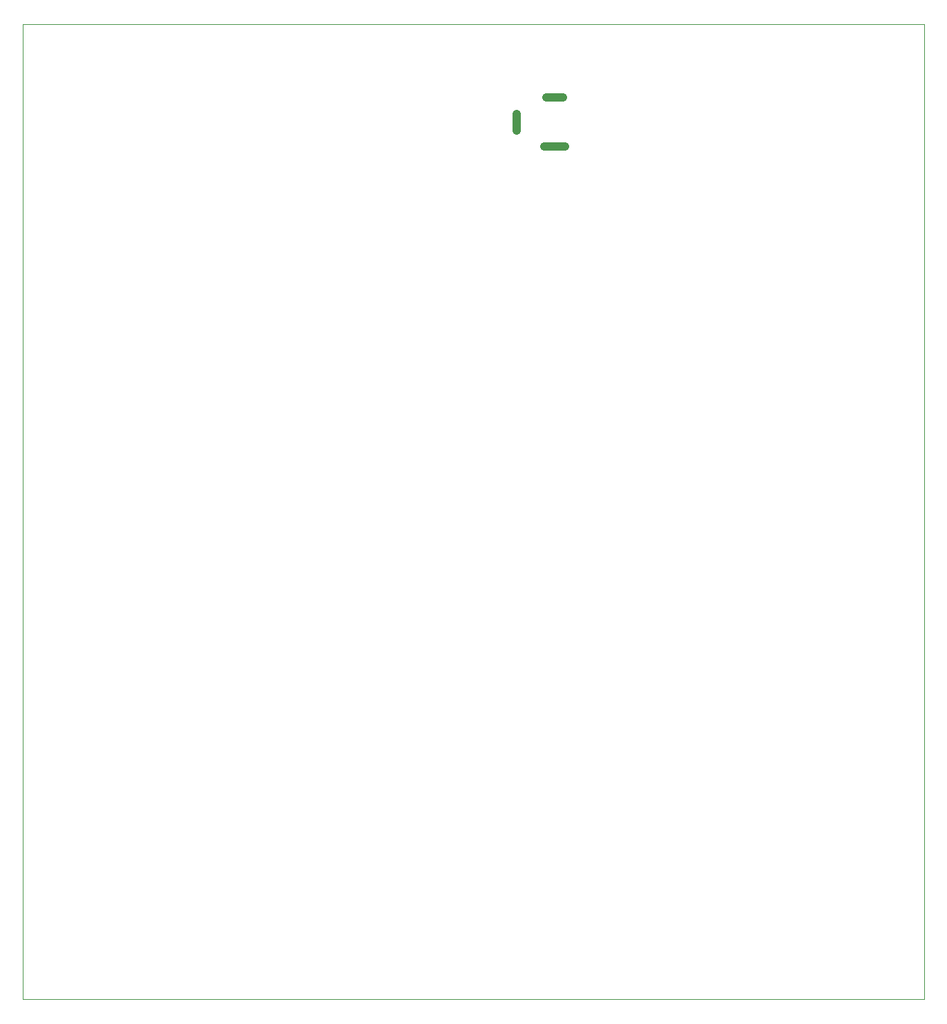
<source format=gbr>
%TF.GenerationSoftware,KiCad,Pcbnew,8.0.3*%
%TF.CreationDate,2024-11-28T01:10:20-08:00*%
%TF.ProjectId,SuperCapacitorBike,53757065-7243-4617-9061-6369746f7242,rev?*%
%TF.SameCoordinates,Original*%
%TF.FileFunction,Profile,NP*%
%FSLAX46Y46*%
G04 Gerber Fmt 4.6, Leading zero omitted, Abs format (unit mm)*
G04 Created by KiCad (PCBNEW 8.0.3) date 2024-11-28 01:10:20*
%MOMM*%
%LPD*%
G01*
G04 APERTURE LIST*
%TA.AperFunction,Profile*%
%ADD10C,0.050000*%
%TD*%
%TA.AperFunction,Profile*%
%ADD11C,0.990600*%
%TD*%
G04 APERTURE END LIST*
D10*
X25250000Y-29000000D02*
X135750000Y-29000000D01*
X135750000Y-148500000D01*
X25250000Y-148500000D01*
X25250000Y-29000000D01*
D11*
%TO.C,J11*%
X85777250Y-42003560D02*
X85777250Y-39996960D01*
X89218950Y-44000000D02*
X91733550Y-44000000D01*
X89472950Y-38000520D02*
X91479550Y-38000520D01*
%TD*%
M02*

</source>
